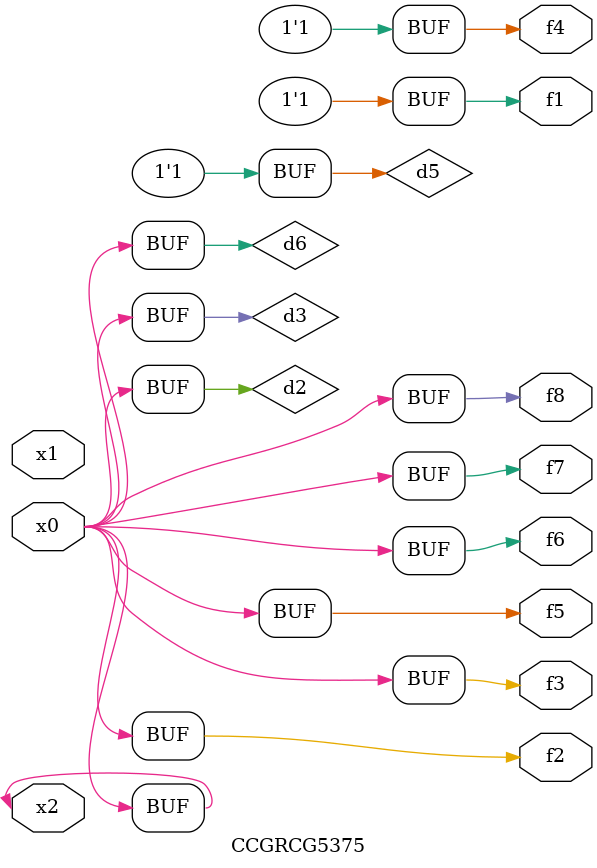
<source format=v>
module CCGRCG5375(
	input x0, x1, x2,
	output f1, f2, f3, f4, f5, f6, f7, f8
);

	wire d1, d2, d3, d4, d5, d6;

	xnor (d1, x2);
	buf (d2, x0, x2);
	and (d3, x0);
	xnor (d4, x1, x2);
	nand (d5, d1, d3);
	buf (d6, d2, d3);
	assign f1 = d5;
	assign f2 = d6;
	assign f3 = d6;
	assign f4 = d5;
	assign f5 = d6;
	assign f6 = d6;
	assign f7 = d6;
	assign f8 = d6;
endmodule

</source>
